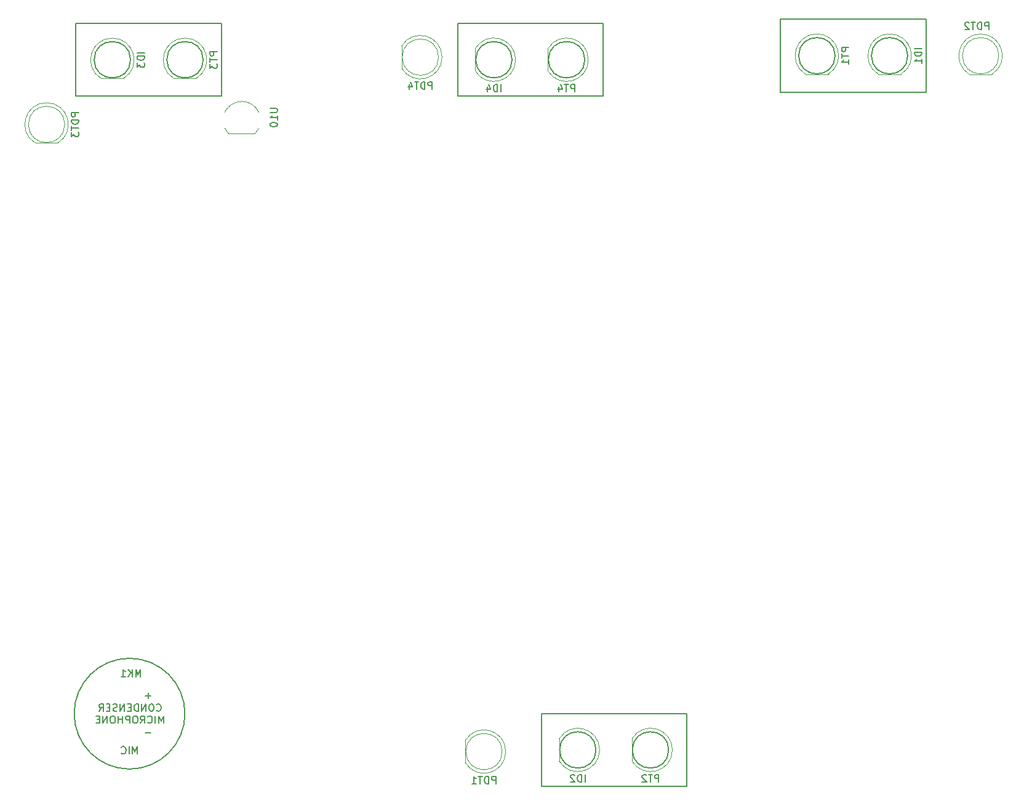
<source format=gbr>
G04 #@! TF.FileFunction,Legend,Bot*
%FSLAX46Y46*%
G04 Gerber Fmt 4.6, Leading zero omitted, Abs format (unit mm)*
G04 Created by KiCad (PCBNEW 4.0.7) date 01/11/22 20:34:21*
%MOMM*%
%LPD*%
G01*
G04 APERTURE LIST*
%ADD10C,0.100000*%
%ADD11C,0.150000*%
%ADD12C,0.120000*%
G04 APERTURE END LIST*
D10*
D11*
X74582857Y-134562143D02*
X74630476Y-134609762D01*
X74773333Y-134657381D01*
X74868571Y-134657381D01*
X75011429Y-134609762D01*
X75106667Y-134514524D01*
X75154286Y-134419286D01*
X75201905Y-134228810D01*
X75201905Y-134085952D01*
X75154286Y-133895476D01*
X75106667Y-133800238D01*
X75011429Y-133705000D01*
X74868571Y-133657381D01*
X74773333Y-133657381D01*
X74630476Y-133705000D01*
X74582857Y-133752619D01*
X73963810Y-133657381D02*
X73773333Y-133657381D01*
X73678095Y-133705000D01*
X73582857Y-133800238D01*
X73535238Y-133990714D01*
X73535238Y-134324048D01*
X73582857Y-134514524D01*
X73678095Y-134609762D01*
X73773333Y-134657381D01*
X73963810Y-134657381D01*
X74059048Y-134609762D01*
X74154286Y-134514524D01*
X74201905Y-134324048D01*
X74201905Y-133990714D01*
X74154286Y-133800238D01*
X74059048Y-133705000D01*
X73963810Y-133657381D01*
X73106667Y-134657381D02*
X73106667Y-133657381D01*
X72535238Y-134657381D01*
X72535238Y-133657381D01*
X72059048Y-134657381D02*
X72059048Y-133657381D01*
X71820953Y-133657381D01*
X71678095Y-133705000D01*
X71582857Y-133800238D01*
X71535238Y-133895476D01*
X71487619Y-134085952D01*
X71487619Y-134228810D01*
X71535238Y-134419286D01*
X71582857Y-134514524D01*
X71678095Y-134609762D01*
X71820953Y-134657381D01*
X72059048Y-134657381D01*
X71059048Y-134133571D02*
X70725714Y-134133571D01*
X70582857Y-134657381D02*
X71059048Y-134657381D01*
X71059048Y-133657381D01*
X70582857Y-133657381D01*
X70154286Y-134657381D02*
X70154286Y-133657381D01*
X69582857Y-134657381D01*
X69582857Y-133657381D01*
X69154286Y-134609762D02*
X69011429Y-134657381D01*
X68773333Y-134657381D01*
X68678095Y-134609762D01*
X68630476Y-134562143D01*
X68582857Y-134466905D01*
X68582857Y-134371667D01*
X68630476Y-134276429D01*
X68678095Y-134228810D01*
X68773333Y-134181190D01*
X68963810Y-134133571D01*
X69059048Y-134085952D01*
X69106667Y-134038333D01*
X69154286Y-133943095D01*
X69154286Y-133847857D01*
X69106667Y-133752619D01*
X69059048Y-133705000D01*
X68963810Y-133657381D01*
X68725714Y-133657381D01*
X68582857Y-133705000D01*
X68154286Y-134133571D02*
X67820952Y-134133571D01*
X67678095Y-134657381D02*
X68154286Y-134657381D01*
X68154286Y-133657381D01*
X67678095Y-133657381D01*
X66678095Y-134657381D02*
X67011429Y-134181190D01*
X67249524Y-134657381D02*
X67249524Y-133657381D01*
X66868571Y-133657381D01*
X66773333Y-133705000D01*
X66725714Y-133752619D01*
X66678095Y-133847857D01*
X66678095Y-133990714D01*
X66725714Y-134085952D01*
X66773333Y-134133571D01*
X66868571Y-134181190D01*
X67249524Y-134181190D01*
X75559047Y-136307381D02*
X75559047Y-135307381D01*
X75225713Y-136021667D01*
X74892380Y-135307381D01*
X74892380Y-136307381D01*
X74416190Y-136307381D02*
X74416190Y-135307381D01*
X73368571Y-136212143D02*
X73416190Y-136259762D01*
X73559047Y-136307381D01*
X73654285Y-136307381D01*
X73797143Y-136259762D01*
X73892381Y-136164524D01*
X73940000Y-136069286D01*
X73987619Y-135878810D01*
X73987619Y-135735952D01*
X73940000Y-135545476D01*
X73892381Y-135450238D01*
X73797143Y-135355000D01*
X73654285Y-135307381D01*
X73559047Y-135307381D01*
X73416190Y-135355000D01*
X73368571Y-135402619D01*
X72368571Y-136307381D02*
X72701905Y-135831190D01*
X72940000Y-136307381D02*
X72940000Y-135307381D01*
X72559047Y-135307381D01*
X72463809Y-135355000D01*
X72416190Y-135402619D01*
X72368571Y-135497857D01*
X72368571Y-135640714D01*
X72416190Y-135735952D01*
X72463809Y-135783571D01*
X72559047Y-135831190D01*
X72940000Y-135831190D01*
X71749524Y-135307381D02*
X71559047Y-135307381D01*
X71463809Y-135355000D01*
X71368571Y-135450238D01*
X71320952Y-135640714D01*
X71320952Y-135974048D01*
X71368571Y-136164524D01*
X71463809Y-136259762D01*
X71559047Y-136307381D01*
X71749524Y-136307381D01*
X71844762Y-136259762D01*
X71940000Y-136164524D01*
X71987619Y-135974048D01*
X71987619Y-135640714D01*
X71940000Y-135450238D01*
X71844762Y-135355000D01*
X71749524Y-135307381D01*
X70892381Y-136307381D02*
X70892381Y-135307381D01*
X70511428Y-135307381D01*
X70416190Y-135355000D01*
X70368571Y-135402619D01*
X70320952Y-135497857D01*
X70320952Y-135640714D01*
X70368571Y-135735952D01*
X70416190Y-135783571D01*
X70511428Y-135831190D01*
X70892381Y-135831190D01*
X69892381Y-136307381D02*
X69892381Y-135307381D01*
X69892381Y-135783571D02*
X69320952Y-135783571D01*
X69320952Y-136307381D02*
X69320952Y-135307381D01*
X68654286Y-135307381D02*
X68463809Y-135307381D01*
X68368571Y-135355000D01*
X68273333Y-135450238D01*
X68225714Y-135640714D01*
X68225714Y-135974048D01*
X68273333Y-136164524D01*
X68368571Y-136259762D01*
X68463809Y-136307381D01*
X68654286Y-136307381D01*
X68749524Y-136259762D01*
X68844762Y-136164524D01*
X68892381Y-135974048D01*
X68892381Y-135640714D01*
X68844762Y-135450238D01*
X68749524Y-135355000D01*
X68654286Y-135307381D01*
X67797143Y-136307381D02*
X67797143Y-135307381D01*
X67225714Y-136307381D01*
X67225714Y-135307381D01*
X66749524Y-135783571D02*
X66416190Y-135783571D01*
X66273333Y-136307381D02*
X66749524Y-136307381D01*
X66749524Y-135307381D01*
X66273333Y-135307381D01*
D12*
X175449538Y-41450000D02*
G75*
G02X176994830Y-47000000I462J-2990000D01*
G01*
X175450462Y-41450000D02*
G75*
G03X173905170Y-47000000I-462J-2990000D01*
G01*
X177950000Y-44440000D02*
G75*
G03X177950000Y-44440000I-2500000J0D01*
G01*
X176995000Y-47000000D02*
X173905000Y-47000000D01*
X135540000Y-139979538D02*
G75*
G02X129990000Y-141524830I-2990000J-462D01*
G01*
X135540000Y-139980462D02*
G75*
G03X129990000Y-138435170I-2990000J462D01*
G01*
X135050000Y-139980000D02*
G75*
G03X135050000Y-139980000I-2500000J0D01*
G01*
X129990000Y-141525000D02*
X129990000Y-138435000D01*
X68499538Y-42020000D02*
G75*
G02X70044830Y-47570000I462J-2990000D01*
G01*
X68500462Y-42020000D02*
G75*
G03X66955170Y-47570000I-462J-2990000D01*
G01*
X71000000Y-45010000D02*
G75*
G03X71000000Y-45010000I-2500000J0D01*
G01*
X70045000Y-47570000D02*
X66955000Y-47570000D01*
X123980000Y-44999538D02*
G75*
G02X118430000Y-46544830I-2990000J-462D01*
G01*
X123980000Y-45000462D02*
G75*
G03X118430000Y-43455170I-2990000J462D01*
G01*
X123490000Y-45000000D02*
G75*
G03X123490000Y-45000000I-2500000J0D01*
G01*
X118430000Y-46545000D02*
X118430000Y-43455000D01*
D11*
X78490000Y-134990000D02*
G75*
G03X78490000Y-134990000I-7620000J0D01*
G01*
D12*
X122624000Y-140207538D02*
G75*
G02X117074000Y-141752830I-2990000J-462D01*
G01*
X122624000Y-140208462D02*
G75*
G03X117074000Y-138663170I-2990000J462D01*
G01*
X122134000Y-140208000D02*
G75*
G03X122134000Y-140208000I-2500000J0D01*
G01*
X117074000Y-141753000D02*
X117074000Y-138663000D01*
X187959538Y-41460000D02*
G75*
G02X189504830Y-47010000I462J-2990000D01*
G01*
X187960462Y-41460000D02*
G75*
G03X186415170Y-47010000I-462J-2990000D01*
G01*
X190460000Y-44450000D02*
G75*
G03X190460000Y-44450000I-2500000J0D01*
G01*
X189505000Y-47010000D02*
X186415000Y-47010000D01*
X59449538Y-50915000D02*
G75*
G02X60994830Y-56465000I462J-2990000D01*
G01*
X59450462Y-50915000D02*
G75*
G03X57905170Y-56465000I-462J-2990000D01*
G01*
X61950000Y-53905000D02*
G75*
G03X61950000Y-53905000I-2500000J0D01*
G01*
X60995000Y-56465000D02*
X57905000Y-56465000D01*
X113870000Y-44649538D02*
G75*
G02X108320000Y-46194830I-2990000J-462D01*
G01*
X113870000Y-44650462D02*
G75*
G03X108320000Y-43105170I-2990000J462D01*
G01*
X113380000Y-44650000D02*
G75*
G03X113380000Y-44650000I-2500000J0D01*
G01*
X108320000Y-46195000D02*
X108320000Y-43105000D01*
X165429538Y-41450000D02*
G75*
G02X166974830Y-47000000I462J-2990000D01*
G01*
X165430462Y-41450000D02*
G75*
G03X163885170Y-47000000I-462J-2990000D01*
G01*
X167930000Y-44440000D02*
G75*
G03X167930000Y-44440000I-2500000J0D01*
G01*
X166975000Y-47000000D02*
X163885000Y-47000000D01*
X145550000Y-139979538D02*
G75*
G02X140000000Y-141524830I-2990000J-462D01*
G01*
X145550000Y-139980462D02*
G75*
G03X140000000Y-138435170I-2990000J462D01*
G01*
X145060000Y-139980000D02*
G75*
G03X145060000Y-139980000I-2500000J0D01*
G01*
X140000000Y-141525000D02*
X140000000Y-138435000D01*
X78499538Y-42020000D02*
G75*
G02X80044830Y-47570000I462J-2990000D01*
G01*
X78500462Y-42020000D02*
G75*
G03X76955170Y-47570000I-462J-2990000D01*
G01*
X81000000Y-45010000D02*
G75*
G03X81000000Y-45010000I-2500000J0D01*
G01*
X80045000Y-47570000D02*
X76955000Y-47570000D01*
X133990000Y-44999538D02*
G75*
G02X128440000Y-46544830I-2990000J-462D01*
G01*
X133990000Y-45000462D02*
G75*
G03X128440000Y-43455170I-2990000J462D01*
G01*
X133500000Y-45000000D02*
G75*
G03X133500000Y-45000000I-2500000J0D01*
G01*
X128440000Y-46545000D02*
X128440000Y-43455000D01*
X88110000Y-55190000D02*
X84510000Y-55190000D01*
X88634184Y-54462795D02*
G75*
G02X88110000Y-55190000I-2324184J1122795D01*
G01*
X88666400Y-52241193D02*
G75*
G03X86310000Y-50740000I-2356400J-1098807D01*
G01*
X83953600Y-52241193D02*
G75*
G02X86310000Y-50740000I2356400J-1098807D01*
G01*
X83985816Y-54462795D02*
G75*
G03X84510000Y-55190000I2324184J1122795D01*
G01*
D11*
X160434000Y-44450000D02*
X160434000Y-49450000D01*
X160434000Y-49450000D02*
X180434000Y-49450000D01*
X180434000Y-49450000D02*
X180434000Y-39450000D01*
X180434000Y-39450000D02*
X160434000Y-39450000D01*
X160434000Y-39450000D02*
X160434000Y-44450000D01*
X177934000Y-44450000D02*
G75*
G03X177934000Y-44450000I-2500000J0D01*
G01*
X167934000Y-44450000D02*
G75*
G03X167934000Y-44450000I-2500000J0D01*
G01*
X63500000Y-45000000D02*
X63500000Y-50000000D01*
X63500000Y-50000000D02*
X83500000Y-50000000D01*
X83500000Y-50000000D02*
X83500000Y-40000000D01*
X83500000Y-40000000D02*
X63500000Y-40000000D01*
X63500000Y-40000000D02*
X63500000Y-45000000D01*
X81000000Y-45000000D02*
G75*
G03X81000000Y-45000000I-2500000J0D01*
G01*
X71000000Y-45000000D02*
G75*
G03X71000000Y-45000000I-2500000J0D01*
G01*
X116000000Y-45000000D02*
X116000000Y-50000000D01*
X116000000Y-50000000D02*
X136000000Y-50000000D01*
X136000000Y-50000000D02*
X136000000Y-40000000D01*
X136000000Y-40000000D02*
X116000000Y-40000000D01*
X116000000Y-40000000D02*
X116000000Y-45000000D01*
X133500000Y-45000000D02*
G75*
G03X133500000Y-45000000I-2500000J0D01*
G01*
X123500000Y-45000000D02*
G75*
G03X123500000Y-45000000I-2500000J0D01*
G01*
X127540000Y-139980000D02*
X127540000Y-144980000D01*
X127540000Y-144980000D02*
X147540000Y-144980000D01*
X147540000Y-144980000D02*
X147540000Y-134980000D01*
X147540000Y-134980000D02*
X127540000Y-134980000D01*
X127540000Y-134980000D02*
X127540000Y-139980000D01*
X145040000Y-139980000D02*
G75*
G03X145040000Y-139980000I-2500000J0D01*
G01*
X135040000Y-139980000D02*
G75*
G03X135040000Y-139980000I-2500000J0D01*
G01*
X179862381Y-43463810D02*
X178862381Y-43463810D01*
X179862381Y-43940000D02*
X178862381Y-43940000D01*
X178862381Y-44178095D01*
X178910000Y-44320953D01*
X179005238Y-44416191D01*
X179100476Y-44463810D01*
X179290952Y-44511429D01*
X179433810Y-44511429D01*
X179624286Y-44463810D01*
X179719524Y-44416191D01*
X179814762Y-44320953D01*
X179862381Y-44178095D01*
X179862381Y-43940000D01*
X179862381Y-45463810D02*
X179862381Y-44892381D01*
X179862381Y-45178095D02*
X178862381Y-45178095D01*
X179005238Y-45082857D01*
X179100476Y-44987619D01*
X179148095Y-44892381D01*
X133526190Y-144392381D02*
X133526190Y-143392381D01*
X133050000Y-144392381D02*
X133050000Y-143392381D01*
X132811905Y-143392381D01*
X132669047Y-143440000D01*
X132573809Y-143535238D01*
X132526190Y-143630476D01*
X132478571Y-143820952D01*
X132478571Y-143963810D01*
X132526190Y-144154286D01*
X132573809Y-144249524D01*
X132669047Y-144344762D01*
X132811905Y-144392381D01*
X133050000Y-144392381D01*
X132097619Y-143487619D02*
X132050000Y-143440000D01*
X131954762Y-143392381D01*
X131716666Y-143392381D01*
X131621428Y-143440000D01*
X131573809Y-143487619D01*
X131526190Y-143582857D01*
X131526190Y-143678095D01*
X131573809Y-143820952D01*
X132145238Y-144392381D01*
X131526190Y-144392381D01*
X72912381Y-44033810D02*
X71912381Y-44033810D01*
X72912381Y-44510000D02*
X71912381Y-44510000D01*
X71912381Y-44748095D01*
X71960000Y-44890953D01*
X72055238Y-44986191D01*
X72150476Y-45033810D01*
X72340952Y-45081429D01*
X72483810Y-45081429D01*
X72674286Y-45033810D01*
X72769524Y-44986191D01*
X72864762Y-44890953D01*
X72912381Y-44748095D01*
X72912381Y-44510000D01*
X71912381Y-45414762D02*
X71912381Y-46033810D01*
X72293333Y-45700476D01*
X72293333Y-45843334D01*
X72340952Y-45938572D01*
X72388571Y-45986191D01*
X72483810Y-46033810D01*
X72721905Y-46033810D01*
X72817143Y-45986191D01*
X72864762Y-45938572D01*
X72912381Y-45843334D01*
X72912381Y-45557619D01*
X72864762Y-45462381D01*
X72817143Y-45414762D01*
X121966190Y-49412381D02*
X121966190Y-48412381D01*
X121490000Y-49412381D02*
X121490000Y-48412381D01*
X121251905Y-48412381D01*
X121109047Y-48460000D01*
X121013809Y-48555238D01*
X120966190Y-48650476D01*
X120918571Y-48840952D01*
X120918571Y-48983810D01*
X120966190Y-49174286D01*
X121013809Y-49269524D01*
X121109047Y-49364762D01*
X121251905Y-49412381D01*
X121490000Y-49412381D01*
X120061428Y-48745714D02*
X120061428Y-49412381D01*
X120299524Y-48364762D02*
X120537619Y-49079048D01*
X119918571Y-49079048D01*
X72381524Y-129930381D02*
X72381524Y-128930381D01*
X72048190Y-129644667D01*
X71714857Y-128930381D01*
X71714857Y-129930381D01*
X71238667Y-129930381D02*
X71238667Y-128930381D01*
X70667238Y-129930381D02*
X71095810Y-129358952D01*
X70667238Y-128930381D02*
X71238667Y-129501810D01*
X69714857Y-129930381D02*
X70286286Y-129930381D01*
X70000572Y-129930381D02*
X70000572Y-128930381D01*
X70095810Y-129073238D01*
X70191048Y-129168476D01*
X70286286Y-129216095D01*
X73790952Y-132521429D02*
X73029047Y-132521429D01*
X73409999Y-132902381D02*
X73409999Y-132140476D01*
X73790952Y-137601429D02*
X73029047Y-137601429D01*
X71941428Y-140522381D02*
X71941428Y-139522381D01*
X71608094Y-140236667D01*
X71274761Y-139522381D01*
X71274761Y-140522381D01*
X70798571Y-140522381D02*
X70798571Y-139522381D01*
X69750952Y-140427143D02*
X69798571Y-140474762D01*
X69941428Y-140522381D01*
X70036666Y-140522381D01*
X70179524Y-140474762D01*
X70274762Y-140379524D01*
X70322381Y-140284286D01*
X70370000Y-140093810D01*
X70370000Y-139950952D01*
X70322381Y-139760476D01*
X70274762Y-139665238D01*
X70179524Y-139570000D01*
X70036666Y-139522381D01*
X69941428Y-139522381D01*
X69798571Y-139570000D01*
X69750952Y-139617619D01*
X121253048Y-144620381D02*
X121253048Y-143620381D01*
X120872095Y-143620381D01*
X120776857Y-143668000D01*
X120729238Y-143715619D01*
X120681619Y-143810857D01*
X120681619Y-143953714D01*
X120729238Y-144048952D01*
X120776857Y-144096571D01*
X120872095Y-144144190D01*
X121253048Y-144144190D01*
X120253048Y-144620381D02*
X120253048Y-143620381D01*
X120014953Y-143620381D01*
X119872095Y-143668000D01*
X119776857Y-143763238D01*
X119729238Y-143858476D01*
X119681619Y-144048952D01*
X119681619Y-144191810D01*
X119729238Y-144382286D01*
X119776857Y-144477524D01*
X119872095Y-144572762D01*
X120014953Y-144620381D01*
X120253048Y-144620381D01*
X119395905Y-143620381D02*
X118824476Y-143620381D01*
X119110191Y-144620381D02*
X119110191Y-143620381D01*
X117967333Y-144620381D02*
X118538762Y-144620381D01*
X118253048Y-144620381D02*
X118253048Y-143620381D01*
X118348286Y-143763238D01*
X118443524Y-143858476D01*
X118538762Y-143906095D01*
X189071048Y-40838381D02*
X189071048Y-39838381D01*
X188690095Y-39838381D01*
X188594857Y-39886000D01*
X188547238Y-39933619D01*
X188499619Y-40028857D01*
X188499619Y-40171714D01*
X188547238Y-40266952D01*
X188594857Y-40314571D01*
X188690095Y-40362190D01*
X189071048Y-40362190D01*
X188071048Y-40838381D02*
X188071048Y-39838381D01*
X187832953Y-39838381D01*
X187690095Y-39886000D01*
X187594857Y-39981238D01*
X187547238Y-40076476D01*
X187499619Y-40266952D01*
X187499619Y-40409810D01*
X187547238Y-40600286D01*
X187594857Y-40695524D01*
X187690095Y-40790762D01*
X187832953Y-40838381D01*
X188071048Y-40838381D01*
X187213905Y-39838381D02*
X186642476Y-39838381D01*
X186928191Y-40838381D02*
X186928191Y-39838381D01*
X186356762Y-39933619D02*
X186309143Y-39886000D01*
X186213905Y-39838381D01*
X185975809Y-39838381D01*
X185880571Y-39886000D01*
X185832952Y-39933619D01*
X185785333Y-40028857D01*
X185785333Y-40124095D01*
X185832952Y-40266952D01*
X186404381Y-40838381D01*
X185785333Y-40838381D01*
X63862381Y-52285952D02*
X62862381Y-52285952D01*
X62862381Y-52666905D01*
X62910000Y-52762143D01*
X62957619Y-52809762D01*
X63052857Y-52857381D01*
X63195714Y-52857381D01*
X63290952Y-52809762D01*
X63338571Y-52762143D01*
X63386190Y-52666905D01*
X63386190Y-52285952D01*
X63862381Y-53285952D02*
X62862381Y-53285952D01*
X62862381Y-53524047D01*
X62910000Y-53666905D01*
X63005238Y-53762143D01*
X63100476Y-53809762D01*
X63290952Y-53857381D01*
X63433810Y-53857381D01*
X63624286Y-53809762D01*
X63719524Y-53762143D01*
X63814762Y-53666905D01*
X63862381Y-53524047D01*
X63862381Y-53285952D01*
X62862381Y-54143095D02*
X62862381Y-54714524D01*
X63862381Y-54428809D02*
X62862381Y-54428809D01*
X62862381Y-54952619D02*
X62862381Y-55571667D01*
X63243333Y-55238333D01*
X63243333Y-55381191D01*
X63290952Y-55476429D01*
X63338571Y-55524048D01*
X63433810Y-55571667D01*
X63671905Y-55571667D01*
X63767143Y-55524048D01*
X63814762Y-55476429D01*
X63862381Y-55381191D01*
X63862381Y-55095476D01*
X63814762Y-55000238D01*
X63767143Y-54952619D01*
X112499048Y-49062381D02*
X112499048Y-48062381D01*
X112118095Y-48062381D01*
X112022857Y-48110000D01*
X111975238Y-48157619D01*
X111927619Y-48252857D01*
X111927619Y-48395714D01*
X111975238Y-48490952D01*
X112022857Y-48538571D01*
X112118095Y-48586190D01*
X112499048Y-48586190D01*
X111499048Y-49062381D02*
X111499048Y-48062381D01*
X111260953Y-48062381D01*
X111118095Y-48110000D01*
X111022857Y-48205238D01*
X110975238Y-48300476D01*
X110927619Y-48490952D01*
X110927619Y-48633810D01*
X110975238Y-48824286D01*
X111022857Y-48919524D01*
X111118095Y-49014762D01*
X111260953Y-49062381D01*
X111499048Y-49062381D01*
X110641905Y-48062381D02*
X110070476Y-48062381D01*
X110356191Y-49062381D02*
X110356191Y-48062381D01*
X109308571Y-48395714D02*
X109308571Y-49062381D01*
X109546667Y-48014762D02*
X109784762Y-48729048D01*
X109165714Y-48729048D01*
X169842381Y-43320952D02*
X168842381Y-43320952D01*
X168842381Y-43701905D01*
X168890000Y-43797143D01*
X168937619Y-43844762D01*
X169032857Y-43892381D01*
X169175714Y-43892381D01*
X169270952Y-43844762D01*
X169318571Y-43797143D01*
X169366190Y-43701905D01*
X169366190Y-43320952D01*
X168842381Y-44178095D02*
X168842381Y-44749524D01*
X169842381Y-44463809D02*
X168842381Y-44463809D01*
X169842381Y-45606667D02*
X169842381Y-45035238D01*
X169842381Y-45320952D02*
X168842381Y-45320952D01*
X168985238Y-45225714D01*
X169080476Y-45130476D01*
X169128095Y-45035238D01*
X143679048Y-144392381D02*
X143679048Y-143392381D01*
X143298095Y-143392381D01*
X143202857Y-143440000D01*
X143155238Y-143487619D01*
X143107619Y-143582857D01*
X143107619Y-143725714D01*
X143155238Y-143820952D01*
X143202857Y-143868571D01*
X143298095Y-143916190D01*
X143679048Y-143916190D01*
X142821905Y-143392381D02*
X142250476Y-143392381D01*
X142536191Y-144392381D02*
X142536191Y-143392381D01*
X141964762Y-143487619D02*
X141917143Y-143440000D01*
X141821905Y-143392381D01*
X141583809Y-143392381D01*
X141488571Y-143440000D01*
X141440952Y-143487619D01*
X141393333Y-143582857D01*
X141393333Y-143678095D01*
X141440952Y-143820952D01*
X142012381Y-144392381D01*
X141393333Y-144392381D01*
X82912381Y-43890952D02*
X81912381Y-43890952D01*
X81912381Y-44271905D01*
X81960000Y-44367143D01*
X82007619Y-44414762D01*
X82102857Y-44462381D01*
X82245714Y-44462381D01*
X82340952Y-44414762D01*
X82388571Y-44367143D01*
X82436190Y-44271905D01*
X82436190Y-43890952D01*
X81912381Y-44748095D02*
X81912381Y-45319524D01*
X82912381Y-45033809D02*
X81912381Y-45033809D01*
X81912381Y-45557619D02*
X81912381Y-46176667D01*
X82293333Y-45843333D01*
X82293333Y-45986191D01*
X82340952Y-46081429D01*
X82388571Y-46129048D01*
X82483810Y-46176667D01*
X82721905Y-46176667D01*
X82817143Y-46129048D01*
X82864762Y-46081429D01*
X82912381Y-45986191D01*
X82912381Y-45700476D01*
X82864762Y-45605238D01*
X82817143Y-45557619D01*
X132119048Y-49412381D02*
X132119048Y-48412381D01*
X131738095Y-48412381D01*
X131642857Y-48460000D01*
X131595238Y-48507619D01*
X131547619Y-48602857D01*
X131547619Y-48745714D01*
X131595238Y-48840952D01*
X131642857Y-48888571D01*
X131738095Y-48936190D01*
X132119048Y-48936190D01*
X131261905Y-48412381D02*
X130690476Y-48412381D01*
X130976191Y-49412381D02*
X130976191Y-48412381D01*
X129928571Y-48745714D02*
X129928571Y-49412381D01*
X130166667Y-48364762D02*
X130404762Y-49079048D01*
X129785714Y-49079048D01*
X90202381Y-51681905D02*
X91011905Y-51681905D01*
X91107143Y-51729524D01*
X91154762Y-51777143D01*
X91202381Y-51872381D01*
X91202381Y-52062858D01*
X91154762Y-52158096D01*
X91107143Y-52205715D01*
X91011905Y-52253334D01*
X90202381Y-52253334D01*
X91202381Y-53253334D02*
X91202381Y-52681905D01*
X91202381Y-52967619D02*
X90202381Y-52967619D01*
X90345238Y-52872381D01*
X90440476Y-52777143D01*
X90488095Y-52681905D01*
X90202381Y-53872381D02*
X90202381Y-53967620D01*
X90250000Y-54062858D01*
X90297619Y-54110477D01*
X90392857Y-54158096D01*
X90583333Y-54205715D01*
X90821429Y-54205715D01*
X91011905Y-54158096D01*
X91107143Y-54110477D01*
X91154762Y-54062858D01*
X91202381Y-53967620D01*
X91202381Y-53872381D01*
X91154762Y-53777143D01*
X91107143Y-53729524D01*
X91011905Y-53681905D01*
X90821429Y-53634286D01*
X90583333Y-53634286D01*
X90392857Y-53681905D01*
X90297619Y-53729524D01*
X90250000Y-53777143D01*
X90202381Y-53872381D01*
M02*

</source>
